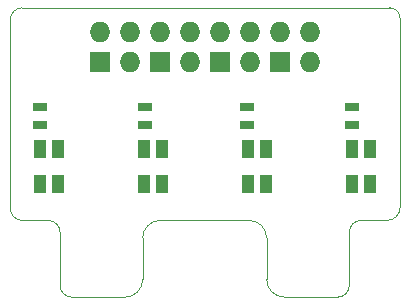
<source format=gbs>
G04 #@! TF.FileFunction,Soldermask,Bot*
%FSLAX46Y46*%
G04 Gerber Fmt 4.6, Leading zero omitted, Abs format (unit mm)*
G04 Created by KiCad (PCBNEW (2015-01-08 BZR 5360)-product) date 2015-02-02T04:43:26 CET*
%MOMM*%
G01*
G04 APERTURE LIST*
%ADD10C,0.100000*%
%ADD11R,1.727200X1.727200*%
%ADD12O,1.727200X1.727200*%
%ADD13R,1.143000X0.635000*%
%ADD14R,1.100000X1.500000*%
G04 APERTURE END LIST*
D10*
X91844000Y-77944000D02*
X89644000Y-77944000D01*
X92944000Y-60844000D02*
X92944000Y-76844000D01*
X92044000Y-59944000D02*
X60944000Y-59944000D01*
X60944000Y-77944000D02*
X63244000Y-77944000D01*
X59944000Y-60844000D02*
X59944000Y-76944000D01*
X91844000Y-77944000D02*
G75*
G03X92944000Y-76844000I0J1100000D01*
G01*
X92944000Y-60844000D02*
G75*
G03X92044000Y-59944000I-900000J0D01*
G01*
X59944000Y-76944000D02*
G75*
G03X60944000Y-77944000I1000000J0D01*
G01*
X60944000Y-59944000D02*
G75*
G03X59944000Y-60944000I0J-1000000D01*
G01*
X69644000Y-84444000D02*
X65144000Y-84444000D01*
X71144000Y-79444000D02*
X71144000Y-82944000D01*
X80144000Y-77944000D02*
X72644000Y-77944000D01*
X81644000Y-82944000D02*
X81644000Y-79444000D01*
X87644000Y-84444000D02*
X83144000Y-84444000D01*
X88644000Y-78944000D02*
X88644000Y-83444000D01*
X81644000Y-82944000D02*
G75*
G03X83144000Y-84444000I1500000J0D01*
G01*
X81644000Y-79444000D02*
G75*
G03X80144000Y-77944000I-1500000J0D01*
G01*
X72644000Y-77944000D02*
G75*
G03X71144000Y-79444000I0J-1500000D01*
G01*
X69644000Y-84444000D02*
G75*
G03X71144000Y-82944000I0J1500000D01*
G01*
X64144000Y-78944000D02*
X64144000Y-83444000D01*
X89644000Y-77944000D02*
G75*
G03X88644000Y-78944000I0J-1000000D01*
G01*
X87644000Y-84444000D02*
G75*
G03X88644000Y-83444000I0J1000000D01*
G01*
X64144000Y-83444000D02*
G75*
G03X65144000Y-84444000I1000000J0D01*
G01*
X64144000Y-78944000D02*
G75*
G03X63144000Y-77944000I-1000000J0D01*
G01*
D11*
X67542000Y-64516000D03*
D12*
X67542000Y-61976000D03*
X70082000Y-64516000D03*
X70082000Y-61976000D03*
D11*
X72622000Y-64516000D03*
D12*
X72622000Y-61976000D03*
X75162000Y-64516000D03*
X75162000Y-61976000D03*
D11*
X77702000Y-64516000D03*
D12*
X77702000Y-61976000D03*
X80242000Y-64516000D03*
X80242000Y-61976000D03*
D11*
X82782000Y-64516000D03*
D12*
X82782000Y-61976000D03*
X85322000Y-64516000D03*
X85322000Y-61976000D03*
D13*
X62462000Y-69850000D03*
X62462000Y-68326000D03*
X71352000Y-69850000D03*
X71352000Y-68326000D03*
X79988000Y-69850000D03*
X79988000Y-68326000D03*
X88878000Y-68326000D03*
X88878000Y-69850000D03*
D14*
X88869680Y-71906000D03*
X90369680Y-71906000D03*
X90369680Y-74906000D03*
X88869680Y-74906000D03*
X80071120Y-71906000D03*
X81571120Y-71906000D03*
X81571120Y-74906000D03*
X80071120Y-74906000D03*
X71272560Y-71906000D03*
X72772560Y-71906000D03*
X72772560Y-74906000D03*
X71272560Y-74906000D03*
X62474000Y-71906000D03*
X63974000Y-71906000D03*
X63974000Y-74906000D03*
X62474000Y-74906000D03*
M02*

</source>
